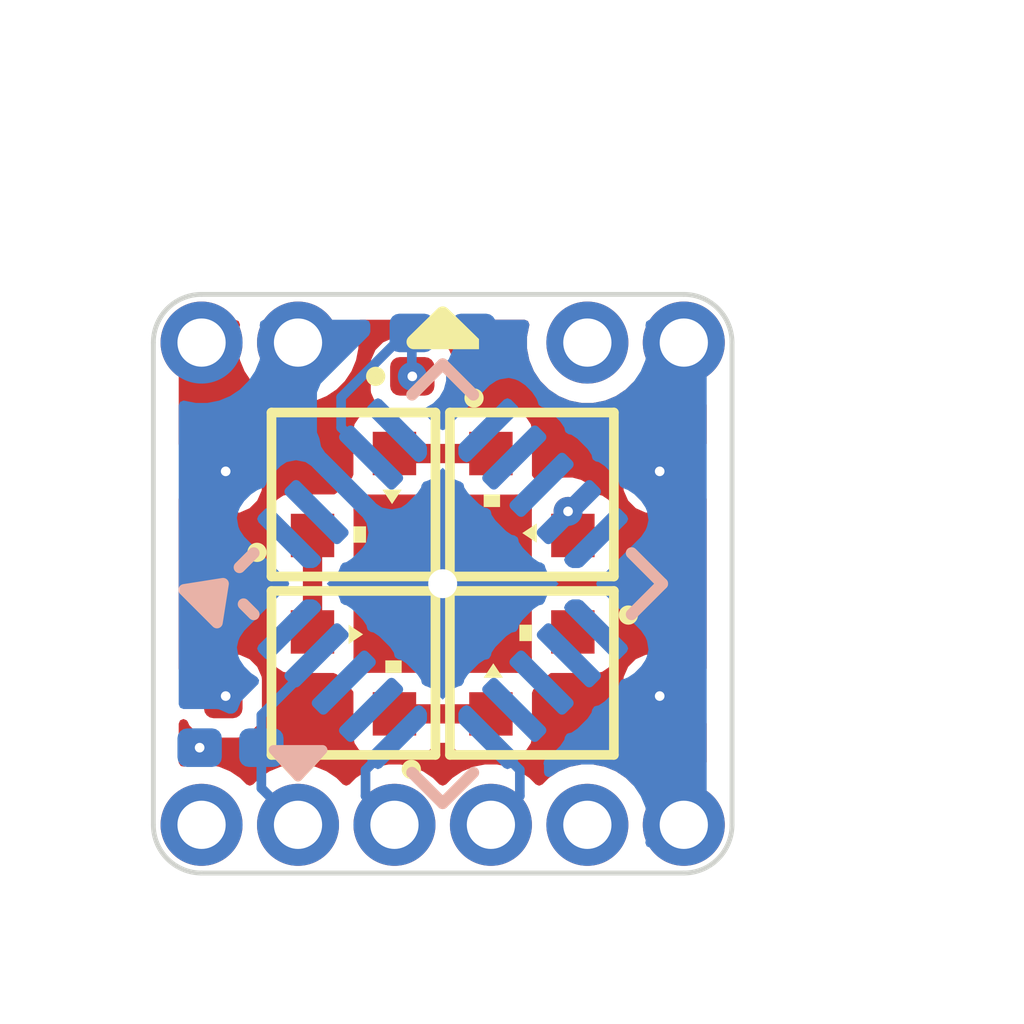
<source format=kicad_pcb>
(kicad_pcb (version 20241229) (generator "pcbnew") (generator_version "9.0")
  (layers (0 "F.Cu" signal) (2 "B.Cu" signal) (13 "F.Paste" user) (15 "B.Paste" user) (5 "F.SilkS" user "F.Silkscreen") (7 "B.SilkS" user "B.Silkscreen") (1 "F.Mask" user) (3 "B.Mask" user) (25 "Edge.Cuts" user))
  (net 0 "")
  (net 1 "SDA")
  (net 3 "/D_+VBATT")
  (net 4 "UPDI_PROG")
  (net 8 "LED")
  (net 18 "GND")
  (net 19 "CLK")
  (net 20 "+VBATT")
  (net 21 "Net-(D2-DOUT)")
  (net 22 "Net-(D3-DOUT)")
  (net 23 "Net-(D4-DOUT)")
  (net 28 "SCL")
  (footprint "Pips Lib:LED-SMD_4P-L1.0-W1.0-TL_XL-1010RGBC-WS2812B" (layer "F.Cu") (at 150.925 99.075)
    (property "Reference" "D2" (hide yes))
    (property "Value" "WS2812B")
    (fp_line (start -0.85 -0.85) (end -0.85 0.85) (stroke (width 0.1)) (layer "F.SilkS"))
    (fp_line (start -0.85 0.85) (end 0.85 0.85) (stroke (width 0.1)) (layer "F.SilkS"))
    (fp_line (start 0.85 -0.85) (end -0.85 -0.85) (stroke (width 0.1)) (layer "F.SilkS"))
    (fp_line (start 0.85 0.85) (end 0.85 -0.85) (stroke (width 0.1)) (layer "F.SilkS"))
    (fp_circle (center -0.6 -1) (end -0.55 -1) (stroke (width 0.1)) (fill no) (layer "F.SilkS"))
    (fp_poly (pts (xy 0.05 0.5) (xy -0.1 0.4) (xy 0.05 0.3)) (fill yes) (layer "F.SilkS"))
    (fp_poly (pts (xy -0.5 0) (xy -0.5 0.13) (xy -0.34 0.13) (xy -0.33 0.13) (xy -0.33 0)) (fill yes) (layer "F.SilkS"))
    (pad "1" smd rect (at -0.425 -0.4245) (size 0.45 0.45) (layers "F.Cu" "F.Mask" "F.Paste") (net 21 "Net-(D2-DOUT)"))
    (pad "2" smd rect (at 0.425 -0.425) (size 0.45 0.45) (layers "F.Cu" "F.Mask" "F.Paste") (net 20 "+VBATT"))
    (pad "3" smd rect (at -0.425 0.425) (size 0.45 0.45) (layers "F.Cu" "F.Mask" "F.Paste") (net 18 "GND"))
    (pad "4" smd rect (at 0.425 0.425) (size 0.45 0.45) (layers "F.Cu" "F.Mask" "F.Paste") (net 8 "LED"))
  )
  (footprint "Pips Lib:LED-SMD_4P-L1.0-W1.0-TL_XL-1010RGBC-WS2812B" (layer "F.Cu") (at 150.925 100.925 -90)
    (property "Reference" "D5" (hide yes))
    (property "Value" "WS2812B")
    (fp_line (start -0.85 0.85) (end 0.85 0.85) (stroke (width 0.1)) (layer "F.SilkS"))
    (fp_line (start 0.85 0.85) (end 0.85 -0.85) (stroke (width 0.1)) (layer "F.SilkS"))
    (fp_line (start -0.85 -0.85) (end -0.85 0.85) (stroke (width 0.1)) (layer "F.SilkS"))
    (fp_line (start 0.85 -0.85) (end -0.85 -0.85) (stroke (width 0.1)) (layer "F.SilkS"))
    (fp_circle (center -0.6 -1) (end -0.55 -1) (stroke (width 0.1)) (fill no) (layer "F.SilkS"))
    (fp_poly (pts (xy 0.05 0.5) (xy -0.1 0.4) (xy 0.05 0.3)) (fill yes) (layer "F.SilkS"))
    (fp_poly (pts (xy -0.5 0) (xy -0.5 0.13) (xy -0.34 0.13) (xy -0.33 0.13) (xy -0.33 0)) (fill yes) (layer "F.SilkS"))
    (pad "1" smd rect (at -0.425 -0.4245 270) (size 0.45 0.45) (layers "F.Cu" "F.Mask" "F.Paste"))
    (pad "2" smd rect (at 0.425 -0.425 270) (size 0.45 0.45) (layers "F.Cu" "F.Mask" "F.Paste") (net 20 "+VBATT"))
    (pad "3" smd rect (at -0.425 0.425 270) (size 0.45 0.45) (layers "F.Cu" "F.Mask" "F.Paste") (net 18 "GND"))
    (pad "4" smd rect (at 0.425 0.425 270) (size 0.45 0.45) (layers "F.Cu" "F.Mask" "F.Paste") (net 23 "Net-(D4-DOUT)"))
  )
  (footprint "Microbadge V2:Microbadge_V2_full_round" (layer "F.Cu") (at 150 100)
    (property "Reference" "MCB1" (hide yes))
    (property "Value" "Socket" (hide yes))
    (fp_line (start -3 2.5) (end -3 -2.5) (stroke (width 0.05)) (layer "Edge.Cuts"))
    (fp_line (start -2.5 -3) (end 2.5 -3) (stroke (width 0.05)) (layer "Edge.Cuts"))
    (fp_line (start 2.5 3) (end -2.5 3) (stroke (width 0.05)) (layer "Edge.Cuts"))
    (fp_line (start 3 -2.5) (end 3 2.5) (stroke (width 0.05)) (layer "Edge.Cuts"))
    (fp_arc (start -3 -2.5) (mid -2.853553 -2.853553) (end -2.5 -3) (stroke (width 0.05)) (layer "Edge.Cuts"))
    (fp_arc (start -2.5 3) (mid -2.853553 2.853553) (end -3 2.5) (stroke (width 0.05)) (layer "Edge.Cuts"))
    (fp_arc (start 2.5 -3) (mid 2.853553 -2.853553) (end 3 -2.5) (stroke (width 0.05)) (layer "Edge.Cuts"))
    (fp_arc (start 3 2.5) (mid 2.853553 2.853553) (end 2.5 3) (stroke (width 0.05)) (layer "Edge.Cuts"))
    (pad "1" thru_hole circle (at -2.5 -2.5 90) (size 0.85 0.85) (drill 0.5) (layers "*.Cu" "*.Mask") (net 20 "+VBATT"))
    (pad "2" thru_hole circle (at -1.5 -2.5 90) (size 0.85 0.85) (drill 0.5) (layers "*.Cu" "*.Mask") (net 18 "GND"))
    (pad "5" thru_hole circle (at 1.5 -2.5 90) (size 0.85 0.85) (drill 0.5) (layers "*.Cu" "*.Mask"))
    (pad "6" thru_hole circle (at 2.5 -2.5 90) (size 0.85 0.85) (drill 0.5) (layers "*.Cu" "*.Mask") (net 18 "GND"))
    (pad "7" thru_hole circle (at -2.5 2.5 90) (size 0.85 0.85) (drill 0.5) (layers "*.Cu" "*.Mask") (net 19 "CLK"))
    (pad "8" thru_hole circle (at -1.5 2.5 90) (size 0.85 0.85) (drill 0.5) (layers "*.Cu" "*.Mask") (net 4 "UPDI_PROG"))
    (pad "9" thru_hole circle (at -0.5 2.5 90) (size 0.85 0.85) (drill 0.5) (layers "*.Cu" "*.Mask") (net 28 "SCL"))
    (pad "10" thru_hole circle (at 0.5 2.5 90) (size 0.85 0.85) (drill 0.5) (layers "*.Cu" "*.Mask") (net 1 "SDA"))
    (pad "11" thru_hole circle (at 1.5 2.5 90) (size 0.85 0.85) (drill 0.5) (layers "*.Cu" "*.Mask"))
    (pad "12" thru_hole circle (at 2.5 2.5 90) (size 0.85 0.85) (drill 0.5) (layers "*.Cu" "*.Mask") (net 18 "GND"))
  )
  (footprint "Pips Lib:LED-SMD_4P-L1.0-W1.0-TL_XL-1010RGBC-WS2812B" (layer "F.Cu") (at 149.075 100.925 180)
    (property "Reference" "D4" (hide yes))
    (property "Value" "WS2812B")
    (fp_line (start 0.85 0.85) (end 0.85 -0.85) (stroke (width 0.1)) (layer "F.SilkS"))
    (fp_line (start 0.85 -0.85) (end -0.85 -0.85) (stroke (width 0.1)) (layer "F.SilkS"))
    (fp_line (start -0.85 0.85) (end 0.85 0.85) (stroke (width 0.1)) (layer "F.SilkS"))
    (fp_line (start -0.85 -0.85) (end -0.85 0.85) (stroke (width 0.1)) (layer "F.SilkS"))
    (fp_circle (center -0.6 -1) (end -0.55 -1) (stroke (width 0.1)) (fill no) (layer "F.SilkS"))
    (fp_poly (pts (xy 0.05 0.5) (xy -0.1 0.4) (xy 0.05 0.3)) (fill yes) (layer "F.SilkS"))
    (fp_poly (pts (xy -0.5 0) (xy -0.5 0.13) (xy -0.34 0.13) (xy -0.33 0.13) (xy -0.33 0)) (fill yes) (layer "F.SilkS"))
    (pad "1" smd rect (at -0.425 -0.4245 180) (size 0.45 0.45) (layers "F.Cu" "F.Mask" "F.Paste") (net 23 "Net-(D4-DOUT)"))
    (pad "2" smd rect (at 0.425 -0.425 180) (size 0.45 0.45) (layers "F.Cu" "F.Mask" "F.Paste") (net 20 "+VBATT"))
    (pad "3" smd rect (at -0.425 0.425 180) (size 0.45 0.45) (layers "F.Cu" "F.Mask" "F.Paste") (net 18 "GND"))
    (pad "4" smd rect (at 0.425 0.425 180) (size 0.45 0.45) (layers "F.Cu" "F.Mask" "F.Paste") (net 22 "Net-(D3-DOUT)"))
  )
  (footprint "Capacitor_SMD:C_0201_0603Metric" (layer "F.Cu") (at 147.725 100.845 -90)
    (property "Reference" "C3" (hide yes))
    (property "Value" "0.1uF" (hide yes))
    (pad "1" smd roundrect (at -0.32 0 270) (size 0.46 0.4) (layers "F.Cu" "F.Mask") (net 20 "+VBATT"))
    (pad "2" smd roundrect (at 0.32 0 270) (size 0.46 0.4) (layers "F.Cu" "F.Mask") (net 18 "GND"))
  )
  (footprint "Capacitor_SMD:C_0201_0603Metric" (layer "F.Cu") (at 152.275 100.845 -90)
    (property "Reference" "C2" (hide yes))
    (property "Value" "0.1uF" (hide yes))
    (pad "1" smd roundrect (at -0.32 0 270) (size 0.46 0.4) (layers "F.Cu" "F.Mask") (net 20 "+VBATT"))
    (pad "2" smd roundrect (at 0.32 0 270) (size 0.46 0.4) (layers "F.Cu" "F.Mask") (net 18 "GND"))
  )
  (footprint "Capacitor_SMD:C_0201_0603Metric" (layer "F.Cu") (at 147.725 99.155 90)
    (property "Reference" "C5" (hide yes))
    (property "Value" "0.1uF" (hide yes))
    (pad "1" smd roundrect (at -0.32 0 90) (size 0.46 0.4) (layers "F.Cu" "F.Mask") (net 20 "+VBATT"))
    (pad "2" smd roundrect (at 0.32 0 90) (size 0.46 0.4) (layers "F.Cu" "F.Mask") (net 18 "GND"))
  )
  (footprint "Pips Lib:LED-SMD_4P-L1.0-W1.0-TL_XL-1010RGBC-WS2812B" (layer "F.Cu") (at 149.075 99.075 90)
    (property "Reference" "D3" (hide yes))
    (property "Value" "WS2812B")
    (fp_line (start 0.85 -0.85) (end -0.85 -0.85) (stroke (width 0.1)) (layer "F.SilkS"))
    (fp_line (start -0.85 -0.85) (end -0.85 0.85) (stroke (width 0.1)) (layer "F.SilkS"))
    (fp_line (start 0.85 0.85) (end 0.85 -0.85) (stroke (width 0.1)) (layer "F.SilkS"))
    (fp_line (start -0.85 0.85) (end 0.85 0.85) (stroke (width 0.1)) (layer "F.SilkS"))
    (fp_circle (center -0.6 -1) (end -0.55 -1) (stroke (width 0.1)) (fill no) (layer "F.SilkS"))
    (fp_poly (pts (xy 0.05 0.5) (xy -0.1 0.4) (xy 0.05 0.3)) (fill yes) (layer "F.SilkS"))
    (fp_poly (pts (xy -0.5 0) (xy -0.5 0.13) (xy -0.34 0.13) (xy -0.33 0.13) (xy -0.33 0)) (fill yes) (layer "F.SilkS"))
    (pad "1" smd rect (at -0.425 -0.4245 90) (size 0.45 0.45) (layers "F.Cu" "F.Mask" "F.Paste") (net 22 "Net-(D3-DOUT)"))
    (pad "2" smd rect (at 0.425 -0.425 90) (size 0.45 0.45) (layers "F.Cu" "F.Mask" "F.Paste") (net 20 "+VBATT"))
    (pad "3" smd rect (at -0.425 0.425 90) (size 0.45 0.45) (layers "F.Cu" "F.Mask" "F.Paste") (net 18 "GND"))
    (pad "4" smd rect (at 0.425 0.425 90) (size 0.45 0.45) (layers "F.Cu" "F.Mask" "F.Paste") (net 21 "Net-(D2-DOUT)"))
  )
  (footprint "Capacitor_SMD:C_0201_0603Metric" (layer "F.Cu") (at 152.275 99.155 90)
    (property "Reference" "C4" (hide yes))
    (property "Value" "0.1uF")
    (pad "1" smd roundrect (at -0.32 0 90) (size 0.46 0.4) (layers "F.Cu" "F.Mask") (net 20 "+VBATT"))
    (pad "2" smd roundrect (at 0.32 0 90) (size 0.46 0.4) (layers "F.Cu" "F.Mask") (net 18 "GND"))
  )
  (footprint "Diode_SMD:D_0201_0603Metric" (layer "F.Cu") (at 150.005 97.85)
    (property "Reference" "D1" (hide yes))
    (property "Value" "20V")
    (fp_circle (center -0.7 0) (end -0.649999 0) (stroke (width 0.1)) (fill no) (layer "F.SilkS"))
    (pad "1" smd roundrect (at -0.32 0) (size 0.46 0.4) (layers "F.Cu" "F.Mask") (net 3 "/D_+VBATT"))
    (pad "2" smd roundrect (at 0.32 0) (size 0.46 0.4) (layers "F.Cu" "F.Mask") (net 20 "+VBATT"))
  )
  (footprint "Resistor_SMD:R_0201_0603Metric" (layer "B.Cu") (at 147.8 101.7 180)
    (property "Reference" "R1" (hide yes))
    (property "Value" "10k")
    (pad "1" smd roundrect (at -0.32 0 180) (size 0.46 0.4) (layers "B.Cu" "B.Mask") (net 4 "UPDI_PROG"))
    (pad "2" smd roundrect (at 0.32 0 180) (size 0.46 0.4) (layers "B.Cu" "B.Mask") (net 20 "+VBATT"))
  )
  (footprint "Package_DFN_QFN:VQFN-20-1EP_3x3mm_P0.4mm_EP1.7x1.7mm" (layer "B.Cu") (at 150 100 -45)
    (property "Reference" "U1" (hide yes))
    (property "Value" "ATtiny816-M")
    (fp_line (start -1.61 1.16) (end -1.61 1.37) (stroke (width 0.12)) (layer "B.SilkS"))
    (fp_line (start -1.16 1.61) (end -1.31 1.61) (stroke (width 0.12)) (layer "B.SilkS"))
    (fp_line (start 1.16 1.61) (end 1.61 1.61) (stroke (width 0.12)) (layer "B.SilkS"))
    (fp_line (start -1.61 -1.61) (end -1.61 -1.16) (stroke (width 0.12)) (layer "B.SilkS"))
    (fp_line (start 1.61 1.61) (end 1.61 1.16) (stroke (width 0.12)) (layer "B.SilkS"))
    (fp_line (start -1.16 -1.61) (end -1.61 -1.61) (stroke (width 0.12)) (layer "B.SilkS"))
    (fp_line (start 1.16 -1.61) (end 1.61 -1.61) (stroke (width 0.12)) (layer "B.SilkS"))
    (fp_line (start 1.61 -1.61) (end 1.61 -1.16) (stroke (width 0.12)) (layer "B.SilkS"))
    (fp_poly (pts (xy -1.61 1.61) (xy -1.85 1.94) (xy -1.37 1.94)) (stroke (width 0.12)) (fill yes) (layer "B.SilkS"))
    (pad "1" smd custom (at -1.45 0.8 315) (size 0.143431 0.143431) (layers "B.Cu" "B.Mask" "B.Paste") (options (clearance outline) (anchor circle)) (primitives (gr_poly (pts (xy -0.35 0.05) (xy 0.299289 0.05) (xy 0.35 -0.000711) (xy 0.35 -0.05) (xy -0.35 -0.05)) (width 0.1) (fill yes))))
    (pad "2" smd roundrect (at -1.45 0.4 315) (size 0.8 0.2) (layers "B.Cu" "B.Mask" "B.Paste"))
    (pad "3" smd roundrect (at -1.45 0 315) (size 0.8 0.2) (layers "B.Cu" "B.Mask" "B.Paste") (net 18 "GND"))
    (pad "4" smd roundrect (at -1.45 -0.4 315) (size 0.8 0.2) (layers "B.Cu" "B.Mask" "B.Paste") (net 3 "/D_+VBATT"))
    (pad "5" smd custom (at -1.45 -0.8 315) (size 0.143431 0.143431) (layers "B.Cu" "B.Mask" "B.Paste") (options (clearance outline) (anchor circle)) (primitives (gr_poly (pts (xy -0.35 0.05) (xy 0.35 0.05) (xy 0.35 0.000711) (xy 0.299289 -0.05) (xy -0.35 -0.05)) (width 0.1) (fill yes))))
    (pad "6" smd custom (at -0.8 -1.45 315) (size 0.143431 0.143431) (layers "B.Cu" "B.Mask" "B.Paste") (options (clearance outline) (anchor circle)) (primitives (gr_poly (pts (xy -0.05 0.299289) (xy 0.000711 0.35) (xy 0.05 0.35) (xy 0.05 -0.35) (xy -0.05 -0.35)) (width 0.1) (fill yes))))
    (pad "7" smd roundrect (at -0.4 -1.45 315) (size 0.2 0.8) (layers "B.Cu" "B.Mask" "B.Paste"))
    (pad "8" smd roundrect (at 0 -1.45 315) (size 0.2 0.8) (layers "B.Cu" "B.Mask" "B.Paste"))
    (pad "9" smd roundrect (at 0.4 -1.45 315) (size 0.2 0.8) (layers "B.Cu" "B.Mask" "B.Paste") (net 8 "LED"))
    (pad "10" smd custom (at 0.8 -1.45 315) (size 0.143431 0.143431) (layers "B.Cu" "B.Mask" "B.Paste") (options (clearance outline) (anchor circle)) (primitives (gr_poly (pts (xy -0.05 0.35) (xy -0.000711 0.35) (xy 0.05 0.299289) (xy 0.05 -0.35) (xy -0.05 -0.35)) (width 0.1) (fill yes))))
    (pad "11" smd custom (at 1.45 -0.8 315) (size 0.143431 0.143431) (layers "B.Cu" "B.Mask" "B.Paste") (options (clearance outline) (anchor circle)) (primitives (gr_poly (pts (xy -0.35 0.05) (xy 0.35 0.05) (xy 0.35 -0.05) (xy -0.299289 -0.05) (xy -0.35 0.000711)) (width 0.1) (fill yes))))
    (pad "12" smd roundrect (at 1.45 -0.4 315) (size 0.8 0.2) (layers "B.Cu" "B.Mask" "B.Paste"))
    (pad "13" smd roundrect (at 1.45 0 315) (size 0.8 0.2) (layers "B.Cu" "B.Mask" "B.Paste"))
    (pad "14" smd roundrect (at 1.45 0.4 315) (size 0.8 0.2) (layers "B.Cu" "B.Mask" "B.Paste"))
    (pad "15" smd custom (at 1.45 0.8 315) (size 0.143431 0.143431) (layers "B.Cu" "B.Mask" "B.Paste") (net 1 "SDA") (options (clearance outline) (anchor circle)) (primitives (gr_poly (pts (xy -0.35 -0.000711) (xy -0.299289 0.05) (xy 0.35 0.05) (xy 0.35 -0.05) (xy -0.35 -0.05)) (width 0.1) (fill yes))))
    (pad "16" smd custom (at 0.8 1.45 315) (size 0.143431 0.143431) (layers "B.Cu" "B.Mask" "B.Paste") (net 28 "SCL") (options (clearance outline) (anchor circle)) (primitives (gr_poly (pts (xy -0.05 0.35) (xy 0.05 0.35) (xy 0.05 -0.299289) (xy -0.000711 -0.35) (xy -0.05 -0.35)) (width 0.1) (fill yes))))
    (pad "17" smd roundrect (at 0.4 1.45 315) (size 0.2 0.8) (layers "B.Cu" "B.Mask" "B.Paste"))
    (pad "18" smd roundrect (at 0 1.45 315) (size 0.2 0.8) (layers "B.Cu" "B.Mask" "B.Paste"))
    (pad "19" smd roundrect (at -0.4 1.45 315) (size 0.2 0.8) (layers "B.Cu" "B.Mask" "B.Paste") (net 4 "UPDI_PROG"))
    (pad "20" smd custom (at -0.8 1.45 315) (size 0.143431 0.143431) (layers "B.Cu" "B.Mask" "B.Paste") (options (clearance outline) (anchor circle)) (primitives (gr_poly (pts (xy -0.05 0.35) (xy 0.05 0.35) (xy 0.05 -0.35) (xy 0.000711 -0.35) (xy -0.05 -0.299289)) (width 0.1) (fill yes))))
    (pad "21" smd rect (at 0 0 315) (size 1.7 1.7) (property pad_prop_heatsink) (layers "B.Cu" "B.Mask") (net 18 "GND"))
  )
  (footprint "Capacitor_SMD:C_0201_0603Metric" (layer "B.Cu") (at 150 97.4 180)
    (property "Reference" "C1" (hide yes))
    (property "Value" "0.1uF")
    (pad "1" smd roundrect (at -0.32 0 180) (size 0.46 0.4) (layers "B.Cu" "B.Mask") (net 18 "GND"))
    (pad "2" smd roundrect (at 0.32 0 180) (size 0.46 0.4) (layers "B.Cu" "B.Mask") (net 3 "/D_+VBATT"))
  )
  (gr_poly (pts (xy 148.5 102) (xy 148.246 101.72775) (xy 148.754 101.72775)) (stroke (width 0.1)) (fill yes) (layer "F.SilkS"))
  (gr_poly (pts (xy 150 97.2) (xy 149.7 97.493634) (xy 150.3 97.493634)) (stroke (width 0.15)) (fill yes) (layer "F.SilkS"))
  (gr_poly (pts (xy 148.500187 102) (xy 148.754187 101.723) (xy 148.246187 101.723)) (stroke (width 0.1)) (fill yes) (layer "B.SilkS"))
  (segment (start 150.8 102.2) (end 150.5 102.5) (width 0.1) (layer "B.Cu") (net 1))
  (segment (start 150.8 101.931371) (end 150.8 102.2) (width 0.1) (layer "B.Cu") (net 1))
  (segment (start 150.459619 101.59099) (end 150.8 101.931371) (width 0.1) (layer "B.Cu") (net 1))
  (segment (start 150.3375 102.6) (end 150.35 102.5875) (width 0.1) (layer "B.Cu") (net 1))
  (segment (start 150.32 102.6) (end 150.3375 102.6) (width 0.1) (layer "B.Cu") (net 1))
  (via micro (at 149.685 97.85) (size 0.3) (drill 0.1) (layers "F.Cu" "B.Cu") (net 3))
  (segment (start 149.68 97.4) (end 149.614594 97.4) (width 0.1) (layer "B.Cu") (net 3))
  (segment (start 148.946919 98.067675) (end 148.946919 98.381233) (width 0.1) (layer "B.Cu") (net 3))
  (segment (start 149.614594 97.4) (end 148.946919 98.067675) (width 0.1) (layer "B.Cu") (net 3))
  (segment (start 149.685 97.85) (end 149.68 97.845) (width 0.1) (layer "B.Cu") (net 3))
  (segment (start 149.68 97.845) (end 149.68 97.4) (width 0.1) (layer "B.Cu") (net 3))
  (segment (start 148.946919 98.381233) (end 149.257538 98.691852) (width 0.1) (layer "B.Cu") (net 3))
  (segment (start 148.691852 100.790248) (end 148.12 101.3621) (width 0.1) (layer "B.Cu") (net 4))
  (segment (start 148.12 101.3621) (end 148.12 101.7) (width 0.1) (layer "B.Cu") (net 4))
  (segment (start 148.12 101.7) (end 148.12 102.12) (width 0.1) (layer "B.Cu") (net 4))
  (segment (start 148.12 102.12) (end 148.5 102.5) (width 0.1) (layer "B.Cu") (net 4))
  (segment (start 148.691852 100.742462) (end 148.691852 100.790248) (width 0.1) (layer "B.Cu") (net 4))
  (via micro (at 151.3 99.25) (size 0.3) (drill 0.1) (layers "F.Cu" "B.Cu") (net 8))
  (via micro (at 152.25 98.835) (size 0.3) (drill 0.1) (layers "F.Cu" "B.Cu") (net 18))
  (via micro (at 147.75 101.165) (size 0.3) (drill 0.1) (layers "F.Cu" "B.Cu") (net 18))
  (via micro (at 147.75 98.835) (size 0.3) (drill 0.1) (layers "F.Cu" "B.Cu") (net 18))
  (via (at 150 100) (size 0.6) (drill 0.3) (layers "F.Cu" "B.Cu") (net 18))
  (via micro (at 152.25 101.165) (size 0.3) (drill 0.1) (layers "F.Cu" "B.Cu") (net 18))
  (segment (start 147.75 100.525) (end 147.75 100.5) (width 0.2) (layer "F.Cu") (net 20))
  (segment (start 147.75 99.475) (end 147.75 99.5) (width 0.2) (layer "F.Cu") (net 20))
  (via micro (at 147.48 101.7) (size 0.3) (drill 0.1) (layers "F.Cu" "B.Cu") (net 20))
  (segment (start 149.5005 98.6505) (end 149.5 98.65) (width 0.2) (layer "F.Cu") (net 21))
  (segment (start 150.5 98.6505) (end 149.5005 98.6505) (width 0.2) (layer "F.Cu") (net 21))
  (segment (start 148.6505 99.5) (end 148.6505 100.4995) (width 0.2) (layer "F.Cu") (net 22))
  (segment (start 148.6505 100.4995) (end 148.65 100.5) (width 0.2) (layer "F.Cu") (net 22))
  (segment (start 150.4995 101.3495) (end 150.5 101.35) (width 0.2) (layer "F.Cu") (net 23))
  (segment (start 149.5 101.3495) (end 150.4995 101.3495) (width 0.2) (layer "F.Cu") (net 23))
  (segment (start 149.2 102.2) (end 149.5 102.5) (width 0.1) (layer "B.Cu") (net 28))
  (segment (start 149.540381 101.59099) (end 149.2 101.931371) (width 0.1) (layer "B.Cu") (net 28))
  (segment (start 149.2 101.931371) (end 149.2 102.2) (width 0.1) (layer "B.Cu") (net 28))
  (zone (net 20) (net_name "+VBATT") (layer "F.Cu") (connect_pads yes (clearance 0.1)) (min_thickness 0.1) (fill yes (thermal_gap 0.5) (thermal_bridge_width 0.5))
    (polygon (pts (xy 147 97) (xy 153 97) (xy 153 103) (xy 147 103)))
  )
  (zone (net 18) (net_name "GND") (layer "F.Cu") (priority 2) (connect_pads yes (clearance 0.1)) (min_thickness 0.25) (fill yes (thermal_gap 0.5) (thermal_bridge_width 0.5))
    (polygon (pts (xy 150.925 99.075) (xy 150.925 100.925) (xy 149.075 100.925) (xy 149.075 99.075)))
  )
  (zone (net 18) (net_name "GND") (layer "B.Cu") (connect_pads yes (clearance 0.1)) (min_thickness 0.1) (fill yes (thermal_gap 0.5) (thermal_bridge_width 0.5))
    (polygon (pts (xy 147 97) (xy 153 97) (xy 153 103) (xy 147 103)))
  )
)
</source>
